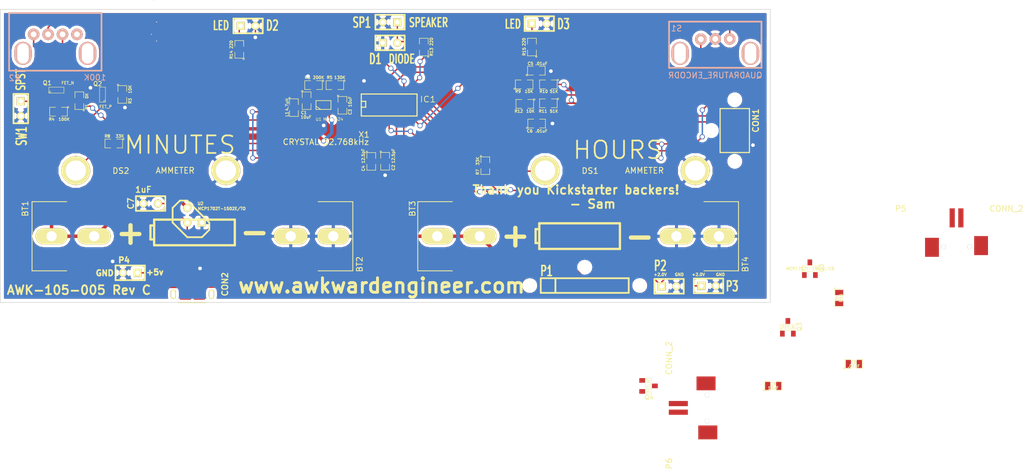
<source format=kicad_pcb>
(kicad_pcb (version 3) (host pcbnew "(2013-07-07 BZR 4022)-stable")
  (layers (15 F.Cu signal) (0 B.Cu signal) (18 B.Paste user hide) (19 F.Paste user hide) (20 B.SilkS user hide) (21 F.SilkS user) (22 B.Mask user hide) (23 F.Mask user hide) (28 Edge.Cuts user))
  (net 0 "")
  (net 1 +5V)
  (net 2 "/ALARM BUZZER")
  (net 3 "/ALARM LIGHT")
  (net 4 "/AM PM LIGHT")
  (net 5 "/BATTERY POWER")
  (net 6 /HOURS)
  (net 7 "/INT 1")
  (net 8 "/INT 2")
  (net 9 /MINUTES)
  (net 10 "/MODE SELECT")
  (net 11 "/MODE SELECT POWER")
  (net 12 GND)
  (net 13 N-0000010)
  (net 14 N-0000014)
  (net 15 N-0000015)
  (net 16 N-000002)
  (net 17 N-0000020)
  (net 18 N-0000024)
  (net 19 N-0000025)
  (net 20 N-0000026)
  (net 21 N-0000027)
  (net 22 N-0000028)
  (net 23 N-0000029)
  (net 24 N-000003)
  (net 25 N-0000030)
  (net 26 N-0000031)
  (net 27 N-000004)
  (net 28 N-000005)
  (net 29 N-000008)
  (net 30 N-000009)
  (net 31 VCC)
  (module AA_Battery_Clip_THRU_HOLE_BK-92 (layer F.Cu) (at 107.962 112.482 90)
    (fp_text reference BT2 (at -4.866 12.18 90) (layer F.SilkS))
    (fp_text value BATTERY_CLIP hide)
    (pad ~ thru_hole oval (at 0 0.254 90) (size 2.8 5.8) (drill 1.78) (layers *.Cu *.Mask F.SilkS) (net 12 GND))
    (pad ~ thru_hole oval (at 0 7.62 90) (size 2.8 5.5) (drill 1.78) (layers *.Cu *.Mask F.SilkS) (net 12 GND))
  )
  (module TO92-INVERT (layer F.Cu) (at 91.567 108.839 90)
    (fp_text reference U2 (at 2.032 1.016 180) (layer F.SilkS) (effects (font (size 0.5 0.5) (thickness 0.125))))
    (fp_text value MCP1702T-1502E/TO (at 1.143 4.699 180) (layer F.SilkS) (effects (font (size 0.5 0.5) (thickness 0.125))))
    (pad 1 thru_hole rect (at -1.27 1.27 90) (size 1.397 1.397) (drill 0.8128) (layers *.Cu *.Mask F.SilkS) (net 12 GND))
    (pad 2 thru_hole circle (at -1.27 -1.27 90) (size 1.397 1.397) (drill 0.8128) (layers *.Cu *.Mask F.SilkS) (net 1 +5V))
    (pad 3 thru_hole circle (at 1.27 -1.27 90) (size 1.397 1.397) (drill 0.8128) (layers *.Cu *.Mask F.SilkS) (net 5 "/BATTERY POWER"))
  )
  (module ammeter (layer F.Cu) (at 70.993 101.092)
    (fp_text reference DS2 (at 7.8 0.05) (layer F.SilkS))
    (fp_text value AMMETER (at 17.2 0) (layer F.SilkS))
    (pad 1 thru_hole circle (at 0 0) (size 5 5) (drill 3.5) (layers *.Cu *.Mask F.SilkS) (net 9 /MINUTES))
    (pad 2 thru_hole circle (at 26 0) (size 5 5) (drill 3.5) (layers *.Cu *.Mask F.SilkS) (net 12 GND))
  )
  (module ammeter (layer F.Cu) (at 152.273 101.092)
    (fp_text reference DS1 (at 7.8 0.05) (layer F.SilkS))
    (fp_text value AMMETER (at 17.2 0) (layer F.SilkS))
    (pad 1 thru_hole circle (at 0 0) (size 5 5) (drill 3.5) (layers *.Cu *.Mask F.SilkS) (net 6 /HOURS))
    (pad 2 thru_hole circle (at 26 0) (size 5 5) (drill 3.5) (layers *.Cu *.Mask F.SilkS) (net 12 GND))
  )
  (module SMD_CRYSTAL_SMALL (layer F.Cu) (at 123.262 95.682)
    (fp_text reference X1 (at -2.358 -0.813) (layer F.SilkS))
    (fp_text value "CRYSTAL 32.768kHz" (at -8.962 0.457) (layer F.SilkS))
    (pad 1 smd rect (at -0.75 0) (size 0.75 1.4) (layers F.Cu F.Paste F.Mask) (net 30 N-000009))
    (pad 2 smd rect (at 0.75 0) (size 0.75 1.4) (layers F.Cu F.Paste F.Mask) (net 14 N-0000014))
  )
  (module C1 (layer F.Cu) (at 83.947 106.807 180)
    (fp_text reference C7 (at 3.429 0 270) (layer F.SilkS) (effects (font (size 1.016 1.016) (thickness 0.2032))))
    (fp_text value 1uF (at 1.27 2.413 180) (layer F.SilkS) (effects (font (size 1.016 1.016) (thickness 0.2032))))
    (pad 1 thru_hole circle (at -1.27 0 180) (size 1.397 1.397) (drill 0.8128) (layers *.Cu *.Mask F.SilkS) (net 1 +5V))
    (pad 2 thru_hole circle (at 1.27 0 180) (size 1.397 1.397) (drill 0.8128) (layers *.Cu *.Mask F.SilkS) (net 12 GND))
  )
  (module bourns_encoder (layer B.Cu) (at 181.737 80.777004)
    (fp_text reference S1 (at -6.731 -4.323004) (layer B.SilkS) (effects (justify mirror)))
    (fp_text value QUADRATURE_ENCODR (at 0 3.804996) (layer B.SilkS) (effects (justify mirror)))
    (pad 1 thru_hole circle (at -2.5 -2.45) (size 2 2) (drill 1) (layers *.Cu *.Mask B.SilkS) (net 27 N-000004))
    (pad 2 thru_hole circle (at 0 -2.5) (size 2 2) (drill 1) (layers *.Cu *.Mask B.SilkS) (net 12 GND))
    (pad 3 thru_hole circle (at 2.5 -2.5) (size 2 2) (drill 1) (layers *.Cu *.Mask B.SilkS) (net 25 N-0000030))
    (pad "" thru_hole oval (at 6.1 0) (size 3 4) (drill oval 2 3.5) (layers *.Cu *.Mask B.SilkS))
    (pad "" thru_hole oval (at -6.1 0) (size 3 4) (drill oval 2 3.5) (layers *.Cu *.Mask B.SilkS))
  )
  (module SIL-2 (layer F.Cu) (at 125.412 78.952)
    (fp_text reference D1 (at -2.54 2.794) (layer F.SilkS) (effects (font (size 1.72974 1.08712) (thickness 0.3048))))
    (fp_text value DIODE (at 2.032 2.794) (layer F.SilkS) (effects (font (size 1.524 1.016) (thickness 0.254))))
    (pad 1 thru_hole rect (at -1.27 0) (size 1.397 1.397) (drill 0.8128) (layers *.Cu *.Mask F.SilkS) (net 12 GND))
    (pad 2 thru_hole circle (at 1.27 0) (size 1.397 1.397) (drill 0.8128) (layers *.Cu *.Mask F.SilkS) (net 29 N-000008))
  )
  (module SIL-2 (layer F.Cu) (at 125.412 75.366 180)
    (fp_text reference SP1 (at 4.889 -0.072 180) (layer F.SilkS) (effects (font (size 1.72974 1.08712) (thickness 0.3048))))
    (fp_text value SPEAKER (at -6.668 -0.072 180) (layer F.SilkS) (effects (font (size 1.524 1.016) (thickness 0.254))))
    (pad 1 thru_hole rect (at -1.27 0 180) (size 1.397 1.397) (drill 0.8128) (layers *.Cu *.Mask F.SilkS) (net 29 N-000008))
    (pad 2 thru_hole circle (at 1.27 0 180) (size 1.397 1.397) (drill 0.8128) (layers *.Cu *.Mask F.SilkS) (net 12 GND))
  )
  (module SIL-2 (layer F.Cu) (at 151.254 75.616)
    (fp_text reference D3 (at 4.194 0.076) (layer F.SilkS) (effects (font (size 1.72974 1.08712) (thickness 0.3048))))
    (fp_text value LED (at -4.569 0.076) (layer F.SilkS) (effects (font (size 1.524 1.016) (thickness 0.254))))
    (pad 1 thru_hole rect (at -1.27 0) (size 1.397 1.397) (drill 0.8128) (layers *.Cu *.Mask F.SilkS) (net 26 N-0000031))
    (pad 2 thru_hole circle (at 1.27 0) (size 1.397 1.397) (drill 0.8128) (layers *.Cu *.Mask F.SilkS) (net 21 N-0000027))
  )
  (module SIL-2 (layer F.Cu) (at 100.828 76.016)
    (fp_text reference D2 (at 4.201 -0.07) (layer F.SilkS) (effects (font (size 1.72974 1.08712) (thickness 0.3048))))
    (fp_text value LED (at -4.689 -0.07) (layer F.SilkS) (effects (font (size 1.524 1.016) (thickness 0.254))))
    (pad 1 thru_hole rect (at -1.27 0) (size 1.397 1.397) (drill 0.8128) (layers *.Cu *.Mask F.SilkS) (net 17 N-0000020))
    (pad 2 thru_hole circle (at 1.27 0) (size 1.397 1.397) (drill 0.8128) (layers *.Cu *.Mask F.SilkS) (net 23 N-0000029))
  )
  (module SIL-2 (layer F.Cu) (at 61.462 90.352 270)
    (fp_text reference SW1 (at 4.771 -0.133 270) (layer F.SilkS) (effects (font (size 1.72974 1.08712) (thickness 0.3048))))
    (fp_text value SPST (at -5.008 -0.006 270) (layer F.SilkS) (effects (font (size 1.524 1.016) (thickness 0.254))))
    (pad 1 thru_hole rect (at -1.27 0 270) (size 1.397 1.397) (drill 0.8128) (layers *.Cu *.Mask F.SilkS) (net 18 N-0000024))
    (pad 2 thru_hole circle (at 1.27 0 270) (size 1.397 1.397) (drill 0.8128) (layers *.Cu *.Mask F.SilkS) (net 12 GND))
  )
  (module SOT23 (layer F.Cu) (at 75.615 87.8934 90)
    (fp_text reference Q2 (at 1.8382 -0.8374 180) (layer F.SilkS) (effects (font (size 0.762 0.762) (thickness 0.11938))))
    (fp_text value FET_P (at -2.1242 0.5342 180) (layer F.SilkS) (effects (font (size 0.50038 0.50038) (thickness 0.09906))))
    (pad D smd rect (at 0 -1.09982 90) (size 0.8001 1.00076) (layers F.Cu F.Paste F.Mask) (net 20 N-0000026))
    (pad S smd rect (at 0.9525 1.09982 90) (size 0.8001 1.00076) (layers F.Cu F.Paste F.Mask) (net 11 "/MODE SELECT POWER"))
    (pad G smd rect (at -0.9525 1.09982 90) (size 0.8001 1.00076) (layers F.Cu F.Paste F.Mask) (net 18 N-0000024))
  )
  (module SOT23_6 (layer F.Cu) (at 113.912 89.732)
    (fp_text reference U1 (at -0.882 2.47) (layer F.SilkS) (effects (font (size 0.5 0.5) (thickness 0.0762))))
    (fp_text value MCP1624 (at 1.658 2.47) (layer F.SilkS) (effects (font (size 0.50038 0.50038) (thickness 0.0762))))
    (pad 6 smd rect (at -0.9525 -1.27) (size 0.70104 1.00076) (layers F.Cu F.Paste F.Mask) (net 5 "/BATTERY POWER"))
    (pad 5 smd rect (at 0 -1.27) (size 0.70104 1.00076) (layers F.Cu F.Paste F.Mask) (net 31 VCC))
    (pad 4 smd rect (at 0.9525 -1.27) (size 0.70104 1.00076) (layers F.Cu F.Paste F.Mask) (net 15 N-0000015))
    (pad 3 smd rect (at 0.9525 1.27) (size 0.70104 1.00076) (layers F.Cu F.Paste F.Mask) (net 5 "/BATTERY POWER"))
    (pad 2 smd rect (at 0 1.27) (size 0.70104 1.00076) (layers F.Cu F.Paste F.Mask) (net 12 GND))
    (pad 1 smd rect (at -0.9525 1.27) (size 0.70104 1.00076) (layers F.Cu F.Paste F.Mask) (net 28 N-000005))
  )
  (module SM0805 (layer F.Cu) (at 149.984 79.68 90)
    (fp_text reference R15 (at -0.7872 -1.3432 90) (layer F.SilkS) (effects (font (size 0.50038 0.50038) (thickness 0.10922))))
    (fp_text value 220 (at 0.8892 -1.3686 90) (layer F.SilkS) (effects (font (size 0.50038 0.50038) (thickness 0.10922))))
    (pad 1 smd rect (at -0.9525 0 90) (size 0.889 1.397) (layers F.Cu F.Paste F.Mask) (net 22 N-0000028))
    (pad 2 smd rect (at 0.9525 0 90) (size 0.889 1.397) (layers F.Cu F.Paste F.Mask) (net 26 N-0000031))
  )
  (module SM0805 (layer F.Cu) (at 99.304 80.08 90)
    (fp_text reference R14 (at -0.946 -1.387 90) (layer F.SilkS) (effects (font (size 0.50038 0.50038) (thickness 0.10922))))
    (fp_text value 220 (at 0.832 -1.387 90) (layer F.SilkS) (effects (font (size 0.50038 0.50038) (thickness 0.10922))))
    (pad 1 smd rect (at -0.9525 0 90) (size 0.889 1.397) (layers F.Cu F.Paste F.Mask) (net 1 +5V))
    (pad 2 smd rect (at 0.9525 0 90) (size 0.889 1.397) (layers F.Cu F.Paste F.Mask) (net 17 N-0000020))
  )
  (module SM0805 (layer F.Cu) (at 124.562 99.482 270)
    (fp_text reference C2 (at 1.102 -1.422 270) (layer F.SilkS) (effects (font (size 0.50038 0.50038) (thickness 0.10922))))
    (fp_text value 12.5pF (at -0.93 -1.422 270) (layer F.SilkS) (effects (font (size 0.50038 0.50038) (thickness 0.10922))))
    (pad 1 smd rect (at -0.9525 0 270) (size 0.889 1.397) (layers F.Cu F.Paste F.Mask) (net 14 N-0000014))
    (pad 2 smd rect (at 0.9525 0 270) (size 0.889 1.397) (layers F.Cu F.Paste F.Mask) (net 12 GND))
  )
  (module SM0805 (layer F.Cu) (at 122.162 99.502 270)
    (fp_text reference C4 (at 1.209 1.385 270) (layer F.SilkS) (effects (font (size 0.50038 0.50038) (thickness 0.10922))))
    (fp_text value 12.5pF (at -0.95 1.385 270) (layer F.SilkS) (effects (font (size 0.50038 0.50038) (thickness 0.10922))))
    (pad 1 smd rect (at -0.9525 0 270) (size 0.889 1.397) (layers F.Cu F.Paste F.Mask) (net 30 N-000009))
    (pad 2 smd rect (at 0.9525 0 270) (size 0.889 1.397) (layers F.Cu F.Paste F.Mask) (net 12 GND))
  )
  (module SM0805 (layer F.Cu) (at 77.562 96.402 180)
    (fp_text reference R8 (at 1.108 1.279 180) (layer F.SilkS) (effects (font (size 0.50038 0.50038) (thickness 0.10922))))
    (fp_text value 33K (at -1.051 1.279 180) (layer F.SilkS) (effects (font (size 0.50038 0.50038) (thickness 0.10922))))
    (pad 1 smd rect (at -0.9525 0 180) (size 0.889 1.397) (layers F.Cu F.Paste F.Mask) (net 16 N-000002))
    (pad 2 smd rect (at 0.9525 0 180) (size 0.889 1.397) (layers F.Cu F.Paste F.Mask) (net 9 /MINUTES))
  )
  (module SM0805 (layer F.Cu) (at 141.912 100.252 270)
    (fp_text reference R7 (at 1.094 1.323 270) (layer F.SilkS) (effects (font (size 0.50038 0.50038) (thickness 0.10922))))
    (fp_text value 33K (at -0.811 1.323 270) (layer F.SilkS) (effects (font (size 0.50038 0.50038) (thickness 0.10922))))
    (pad 1 smd rect (at -0.9525 0 270) (size 0.889 1.397) (layers F.Cu F.Paste F.Mask) (net 24 N-000003))
    (pad 2 smd rect (at 0.9525 0 270) (size 0.889 1.397) (layers F.Cu F.Paste F.Mask) (net 6 /HOURS))
  )
  (module SM0805 (layer F.Cu) (at 148.7424 89.535 180)
    (fp_text reference R12 (at 1.0414 -1.27 180) (layer F.SilkS) (effects (font (size 0.50038 0.50038) (thickness 0.10922))))
    (fp_text value 10K (at -0.9906 -1.27 180) (layer F.SilkS) (effects (font (size 0.50038 0.50038) (thickness 0.10922))))
    (pad 1 smd rect (at -0.9525 0 180) (size 0.889 1.397) (layers F.Cu F.Paste F.Mask) (net 27 N-000004))
    (pad 2 smd rect (at 0.9525 0 180) (size 0.889 1.397) (layers F.Cu F.Paste F.Mask) (net 7 "/INT 1"))
  )
  (module SM0805 (layer F.Cu) (at 150.7998 92.9386)
    (fp_text reference C6 (at -1.1938 1.2954) (layer F.SilkS) (effects (font (size 0.50038 0.50038) (thickness 0.10922))))
    (fp_text value .01uF (at 0.8382 1.2954) (layer F.SilkS) (effects (font (size 0.50038 0.50038) (thickness 0.10922))))
    (pad 1 smd rect (at -0.9525 0) (size 0.889 1.397) (layers F.Cu F.Paste F.Mask) (net 27 N-000004))
    (pad 2 smd rect (at 0.9525 0) (size 0.889 1.397) (layers F.Cu F.Paste F.Mask) (net 12 GND))
  )
  (module SM0805 (layer F.Cu) (at 148.6408 86.1568)
    (fp_text reference R9 (at -1.0668 1.2192) (layer F.SilkS) (effects (font (size 0.50038 0.50038) (thickness 0.10922))))
    (fp_text value 10K (at 0.8382 1.2192) (layer F.SilkS) (effects (font (size 0.50038 0.50038) (thickness 0.10922))))
    (pad 1 smd rect (at -0.9525 0) (size 0.889 1.397) (layers F.Cu F.Paste F.Mask) (net 8 "/INT 2"))
    (pad 2 smd rect (at 0.9525 0) (size 0.889 1.397) (layers F.Cu F.Paste F.Mask) (net 25 N-0000030))
  )
  (module SM0805 (layer F.Cu) (at 150.7506 83.7778)
    (fp_text reference C5 (at -1.0176 -1.2278) (layer F.SilkS) (effects (font (size 0.50038 0.50038) (thickness 0.10922))))
    (fp_text value .01uF (at 0.8874 -1.2278) (layer F.SilkS) (effects (font (size 0.50038 0.50038) (thickness 0.10922))))
    (pad 1 smd rect (at -0.9525 0) (size 0.889 1.397) (layers F.Cu F.Paste F.Mask) (net 25 N-0000030))
    (pad 2 smd rect (at 0.9525 0) (size 0.889 1.397) (layers F.Cu F.Paste F.Mask) (net 12 GND))
  )
  (module SM0805 (layer F.Cu) (at 115.862 86.282 180)
    (fp_text reference R5 (at 0.927 1.319 180) (layer F.SilkS) (effects (font (size 0.50038 0.50038) (thickness 0.10922))))
    (fp_text value 130K (at -0.851 1.319 180) (layer F.SilkS) (effects (font (size 0.50038 0.50038) (thickness 0.10922))))
    (pad 1 smd rect (at -0.9525 0 180) (size 0.889 1.397) (layers F.Cu F.Paste F.Mask) (net 31 VCC))
    (pad 2 smd rect (at 0.9525 0 180) (size 0.889 1.397) (layers F.Cu F.Paste F.Mask) (net 15 N-0000015))
  )
  (module SM0805 (layer F.Cu) (at 112.162 86.282 180)
    (fp_text reference R6 (at 1.037 1.319 180) (layer F.SilkS) (effects (font (size 0.50038 0.50038) (thickness 0.10922))))
    (fp_text value 200K (at -0.868 1.319 180) (layer F.SilkS) (effects (font (size 0.50038 0.50038) (thickness 0.10922))))
    (pad 1 smd rect (at -0.9525 0 180) (size 0.889 1.397) (layers F.Cu F.Paste F.Mask) (net 15 N-0000015))
    (pad 2 smd rect (at 0.9525 0 180) (size 0.889 1.397) (layers F.Cu F.Paste F.Mask) (net 12 GND))
  )
  (module SM0805 (layer F.Cu) (at 108.762 90.182 270)
    (fp_text reference L1 (at 1.131 1.193 270) (layer F.SilkS) (effects (font (size 0.50038 0.50038) (thickness 0.10922))))
    (fp_text value 4.7uH (at -0.52 1.193 270) (layer F.SilkS) (effects (font (size 0.50038 0.50038) (thickness 0.10922))))
    (pad 1 smd rect (at -0.9525 0 270) (size 0.889 1.397) (layers F.Cu F.Paste F.Mask) (net 5 "/BATTERY POWER"))
    (pad 2 smd rect (at 0.9525 0 270) (size 0.889 1.397) (layers F.Cu F.Paste F.Mask) (net 28 N-000005))
  )
  (module SM0805 (layer F.Cu) (at 71.6026 88.9762 90)
    (fp_text reference R1 (at -1.0668 1.2954 90) (layer F.SilkS) (effects (font (size 0.50038 0.50038) (thickness 0.10922))))
    (fp_text value 0K (at 0.8382 1.2954 90) (layer F.SilkS) (effects (font (size 0.50038 0.50038) (thickness 0.10922))))
    (pad 1 smd rect (at -0.9525 0 90) (size 0.889 1.397) (layers F.Cu F.Paste F.Mask) (net 11 "/MODE SELECT POWER"))
    (pad 2 smd rect (at 0.9525 0 90) (size 0.889 1.397) (layers F.Cu F.Paste F.Mask) (net 20 N-0000026))
  )
  (module SM0805 (layer F.Cu) (at 79.044 87.8934 270)
    (fp_text reference R3 (at 1.1336 -1.347 270) (layer F.SilkS) (effects (font (size 0.50038 0.50038) (thickness 0.10922))))
    (fp_text value 10K (at -0.8984 -1.347 270) (layer F.SilkS) (effects (font (size 0.50038 0.50038) (thickness 0.10922))))
    (pad 1 smd rect (at -0.9525 0 270) (size 0.889 1.397) (layers F.Cu F.Paste F.Mask) (net 19 N-0000025))
    (pad 2 smd rect (at 0.9525 0 270) (size 0.889 1.397) (layers F.Cu F.Paste F.Mask) (net 12 GND))
  )
  (module SM0805 (layer F.Cu) (at 67.9958 90.8812 180)
    (fp_text reference R4 (at 1.1938 -1.3208 180) (layer F.SilkS) (effects (font (size 0.50038 0.50038) (thickness 0.10922))))
    (fp_text value 100K (at -0.9652 -1.3208 180) (layer F.SilkS) (effects (font (size 0.50038 0.50038) (thickness 0.10922))))
    (pad 1 smd rect (at -0.9525 0 180) (size 0.889 1.397) (layers F.Cu F.Paste F.Mask) (net 11 "/MODE SELECT POWER"))
    (pad 2 smd rect (at 0.9525 0 180) (size 0.889 1.397) (layers F.Cu F.Paste F.Mask) (net 18 N-0000024))
  )
  (module SM0805 (layer F.Cu) (at 152.8318 86.1568 180)
    (fp_text reference R10 (at 0.8128 -1.2192 180) (layer F.SilkS) (effects (font (size 0.50038 0.50038) (thickness 0.10922))))
    (fp_text value 51K (at -0.9652 -1.2192 180) (layer F.SilkS) (effects (font (size 0.50038 0.50038) (thickness 0.10922))))
    (pad 1 smd rect (at -0.9525 0 180) (size 0.889 1.397) (layers F.Cu F.Paste F.Mask) (net 31 VCC))
    (pad 2 smd rect (at 0.9525 0 180) (size 0.889 1.397) (layers F.Cu F.Paste F.Mask) (net 25 N-0000030))
  )
  (module SM0805 (layer F.Cu) (at 152.8318 89.4334 180)
    (fp_text reference R11 (at 0.9398 -1.3716 180) (layer F.SilkS) (effects (font (size 0.50038 0.50038) (thickness 0.10922))))
    (fp_text value 51K (at -0.9652 -1.3716 180) (layer F.SilkS) (effects (font (size 0.50038 0.50038) (thickness 0.10922))))
    (pad 1 smd rect (at -0.9525 0 180) (size 0.889 1.397) (layers F.Cu F.Paste F.Mask) (net 31 VCC))
    (pad 2 smd rect (at 0.9525 0 180) (size 0.889 1.397) (layers F.Cu F.Paste F.Mask) (net 27 N-000004))
  )
  (module SM0805 (layer F.Cu) (at 131.262 79.682 90)
    (fp_text reference R13 (at -0.836 1.326 90) (layer F.SilkS) (effects (font (size 0.50038 0.50038) (thickness 0.10922))))
    (fp_text value 220 (at 0.942 1.326 90) (layer F.SilkS) (effects (font (size 0.50038 0.50038) (thickness 0.10922))))
    (pad 1 smd rect (at -0.9525 0 90) (size 0.889 1.397) (layers F.Cu F.Paste F.Mask) (net 2 "/ALARM BUZZER"))
    (pad 2 smd rect (at 0.9525 0 90) (size 0.889 1.397) (layers F.Cu F.Paste F.Mask) (net 29 N-000008))
  )
  (module SM0805 (layer F.Cu) (at 117.162 89.782 270)
    (fp_text reference C3 (at 1.15 -1.329 270) (layer F.SilkS) (effects (font (size 0.50038 0.50038) (thickness 0.10922))))
    (fp_text value 10uF (at -0.628 -1.329 270) (layer F.SilkS) (effects (font (size 0.50038 0.50038) (thickness 0.10922))))
    (pad 1 smd rect (at -0.9525 0 270) (size 0.889 1.397) (layers F.Cu F.Paste F.Mask) (net 31 VCC))
    (pad 2 smd rect (at 0.9525 0 270) (size 0.889 1.397) (layers F.Cu F.Paste F.Mask) (net 12 GND))
  )
  (module SO14E (layer F.Cu) (at 125.26 89.6)
    (fp_text reference IC1 (at 6.7184 -0.8524) (layer F.SilkS) (effects (font (size 1.016 1.143) (thickness 0.127))))
    (fp_text value ATTINY84A-SS hide)
    (pad 1 smd rect (at -3.81 2.794) (size 0.508 1.143) (layers F.Cu F.Paste F.Mask) (net 31 VCC))
    (pad 2 smd rect (at -2.54 2.794) (size 0.508 1.143) (layers F.Cu F.Paste F.Mask) (net 30 N-000009))
    (pad 3 smd rect (at -1.27 2.794) (size 0.508 1.143) (layers F.Cu F.Paste F.Mask) (net 14 N-0000014))
    (pad 4 smd rect (at 0 2.794) (size 0.508 1.143) (layers F.Cu F.Paste F.Mask) (net 13 N-0000010))
    (pad 5 smd rect (at 1.27 2.794) (size 0.508 1.143) (layers F.Cu F.Paste F.Mask) (net 16 N-000002))
    (pad 6 smd rect (at 2.54 2.794) (size 0.508 1.143) (layers F.Cu F.Paste F.Mask) (net 24 N-000003))
    (pad 7 smd rect (at 3.81 2.794) (size 0.508 1.143) (layers F.Cu F.Paste F.Mask) (net 4 "/AM PM LIGHT"))
    (pad 8 smd rect (at 3.81 -2.54) (size 0.508 1.143) (layers F.Cu F.Paste F.Mask) (net 2 "/ALARM BUZZER"))
    (pad 9 smd rect (at 2.54 -2.54) (size 0.508 1.143) (layers F.Cu F.Paste F.Mask) (net 3 "/ALARM LIGHT"))
    (pad 10 smd rect (at 1.27 -2.54) (size 0.508 1.143) (layers F.Cu F.Paste F.Mask) (net 7 "/INT 1"))
    (pad 11 smd rect (at 0 -2.54) (size 0.508 1.143) (layers F.Cu F.Paste F.Mask) (net 8 "/INT 2"))
    (pad 12 smd rect (at -1.27 -2.54) (size 0.508 1.143) (layers F.Cu F.Paste F.Mask) (net 10 "/MODE SELECT"))
    (pad 13 smd rect (at -2.54 -2.54) (size 0.508 1.143) (layers F.Cu F.Paste F.Mask) (net 11 "/MODE SELECT POWER"))
    (pad 14 smd rect (at -3.81 -2.54) (size 0.508 1.143) (layers F.Cu F.Paste F.Mask) (net 12 GND))
  )
  (module SOT23 (layer F.Cu) (at 67.6656 87.1474)
    (fp_text reference Q1 (at -1.6256 -1.2446) (layer F.SilkS) (effects (font (size 0.762 0.762) (thickness 0.11938))))
    (fp_text value FET_N (at 1.9304 -1.2446) (layer F.SilkS) (effects (font (size 0.50038 0.50038) (thickness 0.09906))))
    (pad D smd rect (at 0 -1.09982) (size 0.8001 1.00076) (layers F.Cu F.Paste F.Mask) (net 19 N-0000025))
    (pad S smd rect (at 0.9525 1.09982) (size 0.8001 1.00076) (layers F.Cu F.Paste F.Mask) (net 12 GND))
    (pad G smd rect (at -0.9525 1.09982) (size 0.8001 1.00076) (layers F.Cu F.Paste F.Mask) (net 18 N-0000024))
  )
  (module SM0805 (layer F.Cu) (at 110.962 88.982 270)
    (fp_text reference C1 (at 2.077 0.472 360) (layer F.SilkS) (effects (font (size 0.50038 0.50038) (thickness 0.10922))))
    (fp_text value 10uF (at 2.839 0.091 360) (layer F.SilkS) (effects (font (size 0.50038 0.50038) (thickness 0.10922))))
    (pad 1 smd rect (at -0.9525 0 270) (size 0.889 1.397) (layers F.Cu F.Paste F.Mask) (net 5 "/BATTERY POWER"))
    (pad 2 smd rect (at 0.9525 0 270) (size 0.889 1.397) (layers F.Cu F.Paste F.Mask) (net 12 GND))
  )
  (module SIL-2 (layer F.Cu) (at 173.736 121.158)
    (fp_text reference P2 (at -1.524 -3.556) (layer F.SilkS) (effects (font (size 1.72974 1.08712) (thickness 0.3048))))
    (fp_text value CONN_2 hide)
    (pad 1 thru_hole rect (at -1.27 0) (size 1.397 1.397) (drill 0.8128) (layers *.Cu *.Mask F.SilkS) (net 31 VCC))
    (pad 2 thru_hole circle (at 1.27 0) (size 1.397 1.397) (drill 0.8128) (layers *.Cu *.Mask F.SilkS) (net 12 GND))
  )
  (module SIL-2 (layer F.Cu) (at 180.5686 121.0818)
    (fp_text reference P3 (at 4.0894 0.0762) (layer F.SilkS) (effects (font (size 1.72974 1.08712) (thickness 0.3048))))
    (fp_text value CONN_2 hide)
    (pad 1 thru_hole rect (at -1.27 0) (size 1.397 1.397) (drill 0.8128) (layers *.Cu *.Mask F.SilkS) (net 31 VCC))
    (pad 2 thru_hole circle (at 1.27 0) (size 1.397 1.397) (drill 0.8128) (layers *.Cu *.Mask F.SilkS) (net 12 GND))
  )
  (module AA_Battery_Clip_THRU_HOLE_BK-92 (layer F.Cu) (at 141.212 112.482 270)
    (fp_text reference BT3 (at -4.786 11.926 270) (layer F.SilkS))
    (fp_text value BATTERY_CLIP hide)
    (pad ~ thru_hole oval (at 0 0.254 270) (size 2.8 5.8) (drill 1.78) (layers *.Cu *.Mask F.SilkS) (net 5 "/BATTERY POWER"))
    (pad ~ thru_hole oval (at 0 7.62 270) (size 2.8 5.5) (drill 1.78) (layers *.Cu *.Mask F.SilkS) (net 5 "/BATTERY POWER"))
  )
  (module AA_Battery_Clip_THRU_HOLE_BK-92 (layer F.Cu) (at 74.412 112.482 270)
    (fp_text reference BT1 (at -4.786 12.182 270) (layer F.SilkS))
    (fp_text value BATTERY_CLIP hide)
    (pad ~ thru_hole oval (at 0 0.254 270) (size 2.8 5.8) (drill 1.78) (layers *.Cu *.Mask F.SilkS) (net 5 "/BATTERY POWER"))
    (pad ~ thru_hole oval (at 0 7.62 270) (size 2.8 5.5) (drill 1.78) (layers *.Cu *.Mask F.SilkS) (net 5 "/BATTERY POWER"))
  )
  (module AA_Battery_Clip_THRU_HOLE_BK-92 (layer F.Cu) (at 174.762 112.482 90)
    (fp_text reference BT4 (at -4.866 12.182 90) (layer F.SilkS))
    (fp_text value BATTERY_CLIP hide)
    (pad ~ thru_hole oval (at 0 0.254 90) (size 2.8 5.8) (drill 1.78) (layers *.Cu *.Mask F.SilkS) (net 12 GND))
    (pad ~ thru_hole oval (at 0 7.62 90) (size 2.8 5.5) (drill 1.78) (layers *.Cu *.Mask F.SilkS) (net 12 GND))
  )
  (module USB_MINI_B_s (layer F.Cu) (at 91.186 122.5296)
    (fp_text reference CON2 (at 5.6388 -1.7272 90) (layer F.SilkS) (effects (font (size 1.016 1.016) (thickness 0.2032))))
    (fp_text value USB-MICRO-B hide)
    (pad 3 smd rect (at 0 -2.35) (size 0.4 2) (layers F.Cu F.Paste F.Mask))
    (pad 4 smd rect (at 0.65 -2.35) (size 0.4 2) (layers F.Cu F.Paste F.Mask))
    (pad 5 smd rect (at 1.3 -2.35) (size 0.4 2) (layers F.Cu F.Paste F.Mask) (net 12 GND))
    (pad 2 smd rect (at -0.65 -2.35) (size 0.4 2) (layers F.Cu F.Paste F.Mask))
    (pad 1 smd rect (at -1.25 -2.35) (size 0.4 2) (layers F.Cu F.Paste F.Mask) (net 1 +5V))
    (pad ~ smd rect (at 3.2 -1.8) (size 1.6 1.4) (layers F.Cu F.Paste F.Mask))
    (pad ~ smd rect (at -3.2 -1.75) (size 1.6 1.4) (layers F.Cu F.Paste F.Mask))
    (pad ~ smd rect (at 1.2 0) (size 1.9 1.9) (layers F.Cu F.Paste F.Mask))
    (pad ~ smd rect (at -1.2 0) (size 1.9 1.9) (layers F.Cu F.Paste F.Mask))
    (pad ~ thru_hole oval (at 3.3 0) (size 0.9 1.6) (drill oval 0.5 1.2) (layers *.Cu *.Mask F.SilkS))
    (pad ~ thru_hole oval (at -3.3 0) (size 0.9 1.6) (drill oval 0.5 1.2) (layers *.Cu *.Mask F.SilkS))
  )
  (module SIL-2 (layer F.Cu) (at 80.4164 118.8212 180)
    (fp_text reference P4 (at 1.0668 2.1844 180) (layer F.SilkS) (effects (font (thickness 0.25))))
    (fp_text value CONN_2 hide)
    (pad 1 thru_hole rect (at -1.27 0 180) (size 1.397 1.397) (drill 0.8128) (layers *.Cu *.Mask F.SilkS) (net 1 +5V))
    (pad 2 thru_hole circle (at 1.27 0 180) (size 1.397 1.397) (drill 0.8128) (layers *.Cu *.Mask F.SilkS) (net 12 GND))
  )
  (module SIL-6_s (layer F.Cu) (at 159.131 121.031)
    (fp_text reference P1 (at -6.61 -2.528) (layer F.SilkS) (effects (font (size 1.72974 1.08712) (thickness 0.3048))))
    (fp_text value CONN_6 hide)
    (pad 1 smd rect (at -6.35 0) (size 1.397 1.397) (layers F.Cu F.Paste F.Mask) (net 5 "/BATTERY POWER"))
    (pad 2 smd circle (at -3.81 0) (size 1.397 1.397) (layers F.Cu F.Paste F.Mask) (net 12 GND))
    (pad 3 smd circle (at -1.27 0) (size 1.397 1.397) (layers F.Cu F.Paste F.Mask) (net 9 /MINUTES))
    (pad 4 smd circle (at 1.27 0) (size 1.397 1.397) (layers F.Cu F.Paste F.Mask) (net 6 /HOURS))
    (pad 5 smd circle (at 3.81 0) (size 1.397 1.397) (layers F.Cu F.Paste F.Mask) (net 10 "/MODE SELECT"))
    (pad 6 smd circle (at 6.35 0) (size 1.397 1.397) (layers F.Cu F.Paste F.Mask) (net 31 VCC))
    (pad "" np_thru_hole oval (at 9.525 0) (size 1.5748 1.5748) (drill 1.5748) (layers *.Cu *.Mask F.SilkS))
    (pad 1 np_thru_hole oval (at -9.525 0) (size 1.5748 1.5748) (drill 1.5748) (layers *.Cu *.Mask F.SilkS) (net 5 "/BATTERY POWER"))
    (pad "" np_thru_hole oval (at 0 -3.175) (size 1.5748 1.5748) (drill 1.5748) (layers *.Cu *.Mask F.SilkS))
  )
  (module bourns_knob (layer B.Cu) (at 67.437 80.777004)
    (fp_text reference R2 (at -7.075 4.28) (layer B.SilkS) (effects (justify mirror)))
    (fp_text value 100K (at 6.858 4.185996) (layer B.SilkS) (effects (justify mirror)))
    (pad 1 thru_hole circle (at -3.75 -3.3) (size 2 2) (drill 1) (layers *.Cu *.Mask B.SilkS) (net 20 N-0000026))
    (pad 2 thru_hole circle (at -1.25 -3.3) (size 2 2) (drill 1) (layers *.Cu *.Mask B.SilkS) (net 10 "/MODE SELECT"))
    (pad 3 thru_hole circle (at 1.25 -3.3) (size 2 2) (drill 1) (layers *.Cu *.Mask B.SilkS) (net 19 N-0000025))
    (pad 4 thru_hole circle (at 3.75 -3.3) (size 2 2) (drill 1) (layers *.Cu *.Mask B.SilkS))
    (pad "" thru_hole oval (at 5.588 0) (size 3 4) (drill oval 2 3.5) (layers *.Cu *.Mask B.SilkS))
    (pad "" thru_hole oval (at -5.588 0) (size 3 4) (drill oval 2 3.5) (layers *.Cu *.Mask B.SilkS))
  )
  (module ISPheader (layer F.Cu) (at 185.1152 94.1578 270)
    (fp_text reference CON1 (at -1.7272 -3.6322 270) (layer F.SilkS) (effects (font (size 1.016 1.016) (thickness 0.2032))))
    (fp_text value AVR-ISP-6 hide)
    (pad 1 smd rect (at -2.54 1.27 270) (size 1.524 1.524) (layers F.Cu F.Paste F.Mask) (net 2 "/ALARM BUZZER"))
    (pad 2 smd circle (at -2.54 -1.27 270) (size 1.524 1.524) (layers F.Cu F.Paste F.Mask) (net 31 VCC))
    (pad 3 smd circle (at 0 1.27 270) (size 1.524 1.524) (layers F.Cu F.Paste F.Mask) (net 3 "/ALARM LIGHT"))
    (pad 4 smd circle (at 0 -1.27 270) (size 1.524 1.524) (layers F.Cu F.Paste F.Mask) (net 4 "/AM PM LIGHT"))
    (pad 5 smd circle (at 2.54 1.27 270) (size 1.524 1.524) (layers F.Cu F.Paste F.Mask) (net 13 N-0000010))
    (pad 6 smd circle (at 2.54 -1.27 270) (size 1.524 1.524) (layers F.Cu F.Paste F.Mask) (net 12 GND))
    (pad "" np_thru_hole circle (at 5.334 0 270) (size 1.5748 1.5748) (drill 1.5748) (layers *.Cu *.Mask F.SilkS))
    (pad "" np_thru_hole circle (at -5.334 0 270) (size 1.5748 1.5748) (drill 1.5748) (layers *.Cu *.Mask F.SilkS))
    (pad "" np_thru_hole circle (at 0 4.064 270) (size 1.5748 1.5748) (drill 1.5748) (layers *.Cu *.Mask F.SilkS))
  )
  (module TE-connectivity-2 (layer F.Cu) (at 180.34 142.24 90)
    (fp_text reference P6 (at -9.652 -6.604 90) (layer F.SilkS))
    (fp_text value CONN_2 (at 8.636 -6.604 90) (layer F.SilkS))
    (pad ~ smd rect (at -4.25 0.1 90) (size 2.4 3.3) (layers F.Cu F.Paste F.Mask))
    (pad 1 smd rect (at -0.75 -5 90) (size 0.9 3.3) (layers F.Cu F.Paste F.Mask) (net 1 +5V))
    (pad 2 smd rect (at 0.75 -5 90) (size 0.9 3.3) (layers F.Cu F.Paste F.Mask) (net 23 N-0000029))
    (pad ~ smd rect (at 4.25 -0.2 90) (size 2.4 3.3) (layers F.Cu F.Paste F.Mask))
    (pad ~ thru_hole circle (at -2.25 0 90) (size 0.8 0.8) (drill 0.8) (layers *.Cu *.Mask F.SilkS))
    (pad ~ thru_hole circle (at 2.25 0 90) (size 0.8 0.8) (drill 0.8) (layers *.Cu *.Mask F.SilkS))
  )
  (module TE-connectivity-2 (layer F.Cu) (at 223.52 114.3)
    (fp_text reference P5 (at -9.652 -6.604) (layer F.SilkS))
    (fp_text value CONN_2 (at 8.636 -6.604) (layer F.SilkS))
    (pad ~ smd rect (at -4.25 0.1) (size 2.4 3.3) (layers F.Cu F.Paste F.Mask))
    (pad 1 smd rect (at -0.75 -5) (size 0.9 3.3) (layers F.Cu F.Paste F.Mask) (net 22 N-0000028))
    (pad 2 smd rect (at 0.75 -5) (size 0.9 3.3) (layers F.Cu F.Paste F.Mask) (net 21 N-0000027))
    (pad ~ smd rect (at 4.25 -0.2) (size 2.4 3.3) (layers F.Cu F.Paste F.Mask))
    (pad ~ thru_hole circle (at -2.25 0) (size 0.8 0.8) (drill 0.8) (layers *.Cu *.Mask F.SilkS))
    (pad ~ thru_hole circle (at 2.25 0) (size 0.8 0.8) (drill 0.8) (layers *.Cu *.Mask F.SilkS))
  )
  (module SOT23 (layer F.Cu) (at 170.18 138.43 270)
    (fp_text reference Q4 (at 1.99898 -0.09906 360) (layer F.SilkS) (effects (font (size 0.762 0.762) (thickness 0.11938))))
    (fp_text value FET_N (at 0.0635 0 270) (layer F.SilkS) (effects (font (size 0.50038 0.50038) (thickness 0.09906))))
    (pad D smd rect (at 0 -1.09982 270) (size 0.8001 1.00076) (layers F.Cu F.Paste F.Mask) (net 23 N-0000029))
    (pad S smd rect (at 0.9525 1.09982 270) (size 0.8001 1.00076) (layers F.Cu F.Paste F.Mask) (net 12 GND))
    (pad G smd rect (at -0.9525 1.09982 270) (size 0.8001 1.00076) (layers F.Cu F.Paste F.Mask) (net 3 "/ALARM LIGHT"))
  )
  (module SOT23 (layer F.Cu) (at 194.31 128.27)
    (fp_text reference Q3 (at 1.99898 -0.09906 90) (layer F.SilkS) (effects (font (size 0.762 0.762) (thickness 0.11938))))
    (fp_text value FET_N (at 0.0635 0) (layer F.SilkS) (effects (font (size 0.50038 0.50038) (thickness 0.09906))))
    (pad D smd rect (at 0 -1.09982) (size 0.8001 1.00076) (layers F.Cu F.Paste F.Mask) (net 21 N-0000027))
    (pad S smd rect (at 0.9525 1.09982) (size 0.8001 1.00076) (layers F.Cu F.Paste F.Mask) (net 12 GND))
    (pad G smd rect (at -0.9525 1.09982) (size 0.8001 1.00076) (layers F.Cu F.Paste F.Mask) (net 4 "/AM PM LIGHT"))
  )
  (module SM0805 (layer F.Cu) (at 205.74 134.62)
    (fp_text reference C8 (at 0 -0.3175) (layer F.SilkS) (effects (font (size 0.50038 0.50038) (thickness 0.10922))))
    (fp_text value .01uF (at 0 0.381) (layer F.SilkS) (effects (font (size 0.50038 0.50038) (thickness 0.10922))))
    (pad 1 smd rect (at -0.9525 0) (size 0.889 1.397) (layers F.Cu F.Paste F.Mask) (net 10 "/MODE SELECT"))
    (pad 2 smd rect (at 0.9525 0) (size 0.889 1.397) (layers F.Cu F.Paste F.Mask) (net 12 GND))
  )
  (module SM0805 (layer F.Cu) (at 191.77 138.43)
    (fp_text reference C9 (at 0 -0.3175) (layer F.SilkS) (effects (font (size 0.50038 0.50038) (thickness 0.10922))))
    (fp_text value 10uF (at 0 0.381) (layer F.SilkS) (effects (font (size 0.50038 0.50038) (thickness 0.10922))))
    (pad 1 smd rect (at -0.9525 0) (size 0.889 1.397) (layers F.Cu F.Paste F.Mask) (net 11 "/MODE SELECT POWER"))
    (pad 2 smd rect (at 0.9525 0) (size 0.889 1.397) (layers F.Cu F.Paste F.Mask) (net 12 GND))
  )
  (module SOT23 (layer F.Cu) (at 198.12 118.11)
    (fp_text reference U3 (at 1.99898 -0.09906 90) (layer F.SilkS) (effects (font (size 0.762 0.762) (thickness 0.11938))))
    (fp_text value MCP1702T-1502E/CB (at 0.0635 0) (layer F.SilkS) (effects (font (size 0.50038 0.50038) (thickness 0.09906))))
    (pad 3 smd rect (at 0 -1.09982) (size 0.8001 1.00076) (layers F.Cu F.Paste F.Mask) (net 1 +5V))
    (pad 2 smd rect (at 0.9525 1.09982) (size 0.8001 1.00076) (layers F.Cu F.Paste F.Mask) (net 5 "/BATTERY POWER"))
    (pad 1 smd rect (at -0.9525 1.09982) (size 0.8001 1.00076) (layers F.Cu F.Paste F.Mask) (net 12 GND))
  )
  (module SM0805 (layer F.Cu) (at 203.2 123.19 270)
    (fp_text reference R16 (at 0 -0.3175 270) (layer F.SilkS) (effects (font (size 0.50038 0.50038) (thickness 0.10922))))
    (fp_text value 0K (at 0 0.381 270) (layer F.SilkS) (effects (font (size 0.50038 0.50038) (thickness 0.10922))))
    (pad 1 smd rect (at -0.9525 0 270) (size 0.889 1.397) (layers F.Cu F.Paste F.Mask) (net 1 +5V))
    (pad 2 smd rect (at 0.9525 0 270) (size 0.889 1.397) (layers F.Cu F.Paste F.Mask) (net 31 VCC))
  )
  (target plus (at 84.4804 71.5264) (size 0.005) (width 0.1) (layer Edge.Cuts))
  (target plus (at 84.9884 75.3364) (size 0.005) (width 0.1) (layer Edge.Cuts))
  (target plus (at 84.074 77.47) (size 0.005) (width 0.1) (layer Edge.Cuts))
  (target plus (at 84.9884 78.6384) (size 0.005) (width 0.1) (layer Edge.Cuts))
  (gr_text GND (at 75.9968 118.872) (layer F.SilkS) (effects (font (size 1 1) (thickness 0.25))))
  (gr_text +5v (at 84.6836 118.7196) (layer F.SilkS) (effects (font (size 1 1) (thickness 0.25))))
  (gr_line (start 84.5566 109.601) (end 84.5566 114.046) (angle 90) (layer F.SilkS) (width 0.4))
  (gr_line (start 84.5566 114.046) (end 98.5266 114.046) (angle 90) (layer F.SilkS) (width 0.4))
  (gr_line (start 84.5566 109.601) (end 98.5266 109.601) (angle 90) (layer F.SilkS) (width 0.4))
  (gr_line (start 98.5266 109.601) (end 98.5266 114.046) (angle 90) (layer F.SilkS) (width 0.4))
  (gr_line (start 84.5566 110.617) (end 83.9216 110.617) (angle 90) (layer F.SilkS) (width 0.4))
  (gr_line (start 83.9216 110.617) (end 83.9216 113.03) (angle 90) (layer F.SilkS) (width 0.4))
  (gr_line (start 83.9216 113.03) (end 84.5566 113.03) (angle 90) (layer F.SilkS) (width 0.4))
  (gr_line (start 150.622 113.665) (end 151.257 113.665) (angle 90) (layer F.SilkS) (width 0.4))
  (gr_line (start 150.622 111.252) (end 150.622 113.665) (angle 90) (layer F.SilkS) (width 0.4))
  (gr_line (start 151.257 111.252) (end 150.622 111.252) (angle 90) (layer F.SilkS) (width 0.4))
  (gr_line (start 165.227 110.236) (end 165.227 114.681) (angle 90) (layer F.SilkS) (width 0.4))
  (gr_line (start 151.257 110.236) (end 165.227 110.236) (angle 90) (layer F.SilkS) (width 0.4))
  (gr_line (start 151.257 114.681) (end 165.227 114.681) (angle 90) (layer F.SilkS) (width 0.4))
  (gr_line (start 151.257 110.236) (end 151.257 114.681) (angle 90) (layer F.SilkS) (width 0.4))
  (gr_text GND (at 175.514 119.126) (layer F.SilkS) (effects (font (size 0.5 0.5) (thickness 0.125))))
  (gr_text GND (at 182.626 119.126) (layer F.SilkS) (effects (font (size 0.5 0.5) (thickness 0.125))))
  (gr_text +2.0V (at 178.816 119.126) (layer F.SilkS) (effects (font (size 0.5 0.5) (thickness 0.125))))
  (gr_text +2.0V (at 172.212 119.126) (layer F.SilkS) (effects (font (size 0.5 0.5) (thickness 0.125))))
  (gr_text - (at 101.9556 111.6584) (layer F.SilkS) (effects (font (size 4 4) (thickness 0.75))))
  (gr_text + (at 80.4672 111.8108) (layer F.SilkS) (effects (font (size 4 4) (thickness 0.75))))
  (gr_text - (at 168.656 112.4204) (layer F.SilkS) (effects (font (size 4 4) (thickness 0.75))))
  (gr_text + (at 147.1168 112.268) (layer F.SilkS) (effects (font (size 4 4) (thickness 0.75))))
  (gr_text "Thank you Kickstarter backers!\n     - Sam" (at 157.607 105.664) (layer F.SilkS) (effects (font (size 1.524 1.524) (thickness 0.3))))
  (gr_text MINUTES (at 89.027 96.647) (layer F.SilkS) (effects (font (size 3.048 3.048) (thickness 0.3))))
  (gr_text HOURS (at 164.846 97.536) (layer F.SilkS) (effects (font (size 3.048 3.048) (thickness 0.3))))
  (gr_text "AWK-105-005 Rev C" (at 71.5264 121.8184) (layer F.SilkS) (effects (font (size 1.524 1.524) (thickness 0.3))))
  (gr_text www.awkwardengineer.com (at 123.952 121.0564) (layer F.SilkS) (effects (font (size 2.5 2.5) (thickness 0.508))))
  (gr_line (start 57.912 123.957) (end 57.912 73.157) (angle 90) (layer Edge.Cuts) (width 0.1))
  (gr_line (start 191.262 123.957) (end 191.262 73.157) (angle 90) (layer Edge.Cuts) (width 0.1))
  (gr_line (start 57.912 123.957) (end 191.262 123.957) (angle 90) (layer Edge.Cuts) (width 0.1))
  (gr_line (start 57.912 73.152) (end 191.262 73.152) (angle 90) (layer Edge.Cuts) (width 0.1))
  (segment (start 123.2219 81.0325) (end 99.304 81.0325) (width 0.254) (layer F.Cu) (net 1))
  (segment (start 125.5522 83.3628) (end 123.2219 81.0325) (width 0.254) (layer F.Cu) (net 1))
  (via (at 125.5522 83.3628) (size 0.889) (layers F.Cu B.Cu) (net 1))
  (segment (start 125.603 83.3628) (end 125.5522 83.3628) (width 0.254) (layer B.Cu) (net 1))
  (segment (start 127.8382 85.598) (end 125.603 83.3628) (width 0.254) (layer B.Cu) (net 1))
  (segment (start 81.6864 118.8212) (end 88.5776 118.8212) (width 0.254) (layer F.Cu) (net 1))
  (segment (start 88.5776 118.8212) (end 89.936 120.1796) (width 0.254) (layer F.Cu) (net 1))
  (segment (start 90.297 110.109) (end 90.297 116.0018) (width 0.254) (layer F.Cu) (net 1))
  (segment (start 89.936 116.3628) (end 89.936 120.1796) (width 0.254) (layer F.Cu) (net 1))
  (segment (start 90.297 116.0018) (end 89.936 116.3628) (width 0.254) (layer F.Cu) (net 1))
  (segment (start 86.995 106.807) (end 90.297 110.109) (width 0.254) (layer F.Cu) (net 1))
  (segment (start 85.217 106.807) (end 86.995 106.807) (width 0.254) (layer F.Cu) (net 1))
  (via (at 127.8382 85.598) (size 0.889) (layers F.Cu B.Cu) (net 1))
  (segment (start 127.8 85.6362) (end 127.8382 85.598) (width 0.254) (layer F.Cu) (net 1))
  (segment (start 135.9154 94.869) (end 135.636 94.869) (width 0.254) (layer F.Cu) (net 2))
  (segment (start 129.07 88.303) (end 131.0386 90.2716) (width 0.254) (layer F.Cu) (net 2))
  (segment (start 135.9154 94.869) (end 156.0322 94.869) (width 0.254) (layer F.Cu) (net 2))
  (segment (start 156.0322 94.869) (end 159.2834 91.6178) (width 0.254) (layer F.Cu) (net 2))
  (segment (start 183.8452 91.6178) (end 159.2834 91.6178) (width 0.254) (layer F.Cu) (net 2))
  (segment (start 129.07 88.303) (end 129.07 87.06) (width 0.254) (layer F.Cu) (net 2))
  (segment (start 135.636 94.869) (end 131.0386 90.2716) (width 0.254) (layer F.Cu) (net 2))
  (segment (start 129.07 87.06) (end 129.07 86.449) (width 0.254) (layer F.Cu) (net 2))
  (segment (start 131.262 81.5138) (end 131.262 80.6345) (width 0.254) (layer F.Cu) (net 2))
  (segment (start 130.6068 82.169) (end 131.262 81.5138) (width 0.254) (layer F.Cu) (net 2))
  (via (at 130.6068 82.169) (size 0.889) (layers F.Cu B.Cu) (net 2))
  (segment (start 130.6068 84.9122) (end 130.6068 82.169) (width 0.254) (layer B.Cu) (net 2))
  (segment (start 130.5306 84.9884) (end 130.6068 84.9122) (width 0.254) (layer B.Cu) (net 2))
  (via (at 130.5306 84.9884) (size 0.889) (layers F.Cu B.Cu) (net 2))
  (segment (start 129.07 86.449) (end 130.5306 84.9884) (width 0.254) (layer F.Cu) (net 2))
  (segment (start 158.5722 94.1578) (end 177.3682 94.1578) (width 0.254) (layer F.Cu) (net 3))
  (segment (start 127.8 87.9982) (end 135.4074 95.6056) (width 0.254) (layer F.Cu) (net 3))
  (segment (start 135.4074 95.6056) (end 157.1244 95.6056) (width 0.254) (layer F.Cu) (net 3))
  (segment (start 157.1244 95.6056) (end 158.5722 94.1578) (width 0.254) (layer F.Cu) (net 3))
  (segment (start 127.8 87.06) (end 127.8 87.9982) (width 0.254) (layer F.Cu) (net 3))
  (segment (start 182.3466 92.6592) (end 183.8452 94.1578) (width 0.254) (layer F.Cu) (net 3))
  (segment (start 178.8668 92.6592) (end 182.3466 92.6592) (width 0.254) (layer F.Cu) (net 3))
  (segment (start 177.3682 94.1578) (end 178.8668 92.6592) (width 0.254) (layer F.Cu) (net 3))
  (segment (start 127.8 87.06) (end 127.8 85.6362) (width 0.254) (layer F.Cu) (net 3))
  (segment (start 187.9612 94.1578) (end 186.3852 94.1578) (width 0.254) (layer F.Cu) (net 4))
  (segment (start 190.112 92.007) (end 187.9612 94.1578) (width 0.254) (layer F.Cu) (net 4))
  (segment (start 190.112 78.782) (end 190.112 92.007) (width 0.254) (layer F.Cu) (net 4))
  (segment (start 186.137 74.807) (end 190.112 78.782) (width 0.254) (layer F.Cu) (net 4))
  (segment (start 173.537 74.807) (end 186.137 74.807) (width 0.254) (layer F.Cu) (net 4))
  (segment (start 129.07 92.394) (end 129.6812 92.394) (width 0.254) (layer F.Cu) (net 4))
  (segment (start 129.6812 92.394) (end 130.6068 93.3196) (width 0.254) (layer F.Cu) (net 4))
  (segment (start 167.7115 80.6325) (end 173.537 74.807) (width 0.254) (layer F.Cu) (net 4))
  (via (at 130.6068 93.3196) (size 0.889) (layers F.Cu B.Cu) (net 4))
  (segment (start 130.6068 93.3196) (end 137.0838 86.8426) (width 0.254) (layer B.Cu) (net 4))
  (via (at 137.16 86.8426) (size 0.889) (layers F.Cu B.Cu) (net 4))
  (segment (start 137.0838 86.8426) (end 137.16 86.8426) (width 0.254) (layer B.Cu) (net 4))
  (segment (start 137.16 86.8426) (end 143.3701 80.6325) (width 0.254) (layer F.Cu) (net 4))
  (segment (start 133.592 112.482) (end 140.958 112.482) (width 0.6) (layer F.Cu) (net 5))
  (segment (start 140.958 112.482) (end 146.4336 117.9576) (width 0.6) (layer F.Cu) (net 5))
  (segment (start 149.7076 117.9576) (end 152.781 121.031) (width 0.6) (layer F.Cu) (net 5))
  (segment (start 146.4336 117.9576) (end 149.7076 117.9576) (width 0.6) (layer F.Cu) (net 5))
  (via (at 90.297 107.569) (size 0.889) (layers F.Cu B.Cu) (net 5))
  (segment (start 90.297 107.569) (end 89.027 106.299) (width 0.6) (layer F.Cu) (net 5))
  (segment (start 89.027 105.41) (end 88.265 104.648) (width 0.6) (layer F.Cu) (net 5))
  (segment (start 89.027 106.299) (end 89.027 105.41) (width 0.6) (layer F.Cu) (net 5))
  (segment (start 133.592 112.482) (end 122.261 112.482) (width 0.6) (layer F.Cu) (net 5))
  (segment (start 122.261 112.482) (end 117.856 108.077) (width 0.6) (layer F.Cu) (net 5))
  (segment (start 117.856 108.077) (end 103.378 108.077) (width 0.6) (layer F.Cu) (net 5))
  (segment (start 103.378 108.077) (end 99.949 104.648) (width 0.6) (layer F.Cu) (net 5))
  (segment (start 99.949 104.648) (end 88.265 104.648) (width 0.6) (layer F.Cu) (net 5))
  (segment (start 82.246 104.648) (end 74.412 112.482) (width 0.6) (layer F.Cu) (net 5))
  (segment (start 87.122 104.648) (end 82.246 104.648) (width 0.6) (layer F.Cu) (net 5))
  (segment (start 88.265 104.648) (end 87.122 104.648) (width 0.6) (layer F.Cu) (net 5))
  (segment (start 66.792 112.482) (end 66.792 99.702) (width 0.6) (layer F.Cu) (net 5))
  (segment (start 72.637 93.857) (end 108.2842 93.857) (width 0.6) (layer F.Cu) (net 5))
  (segment (start 66.792 99.702) (end 72.637 93.857) (width 0.6) (layer F.Cu) (net 5))
  (segment (start 66.792 112.482) (end 74.412 112.482) (width 0.6) (layer F.Cu) (net 5))
  (via (at 113.8936 95.9612) (size 0.889) (layers F.Cu B.Cu) (net 5))
  (segment (start 113.0808 95.1484) (end 113.6396 95.7072) (width 0.6) (layer F.Cu) (net 5))
  (segment (start 109.5756 95.1484) (end 113.0808 95.1484) (width 0.6) (layer F.Cu) (net 5))
  (segment (start 113.6396 95.7072) (end 113.8936 95.9612) (width 0.254) (layer F.Cu) (net 5))
  (segment (start 108.2842 93.857) (end 108.52785 94.10065) (width 0.6) (layer F.Cu) (net 5))
  (segment (start 108.52785 94.10065) (end 109.5756 95.1484) (width 0.6) (layer F.Cu) (net 5))
  (segment (start 115.312 93.582) (end 115.312 94.5856) (width 0.6) (layer B.Cu) (net 5))
  (segment (start 114.8645 91.8845) (end 115.312 92.332) (width 0.254) (layer F.Cu) (net 5))
  (via (at 115.312 92.332) (size 0.889) (layers F.Cu B.Cu) (net 5))
  (segment (start 115.312 92.332) (end 115.312 93.582) (width 0.6) (layer B.Cu) (net 5))
  (segment (start 114.8645 91.002) (end 114.8645 91.8845) (width 0.254) (layer F.Cu) (net 5))
  (segment (start 113.9364 95.9612) (end 113.8936 95.9612) (width 0.254) (layer B.Cu) (net 5))
  (segment (start 115.312 94.5856) (end 113.9364 95.9612) (width 0.6) (layer B.Cu) (net 5))
  (segment (start 107.6731 93.2459) (end 108.2842 93.857) (width 0.6) (layer F.Cu) (net 5))
  (segment (start 106.8324 92.4052) (end 107.6731 93.2459) (width 0.6) (layer F.Cu) (net 5))
  (segment (start 106.8324 89.2542) (end 106.8324 92.4052) (width 0.6) (layer F.Cu) (net 5))
  (segment (start 106.8077 89.2295) (end 106.8324 89.2542) (width 0.254) (layer F.Cu) (net 5))
  (segment (start 108.762 89.2295) (end 106.8077 89.2295) (width 0.6) (layer F.Cu) (net 5))
  (segment (start 110.962 88.0295) (end 109.962 88.0295) (width 0.6) (layer F.Cu) (net 5))
  (segment (start 109.962 88.0295) (end 108.762 89.2295) (width 0.6) (layer F.Cu) (net 5))
  (segment (start 110.962 88.0295) (end 112.527 88.0295) (width 0.6) (layer F.Cu) (net 5))
  (segment (start 112.527 88.0295) (end 112.9595 88.462) (width 0.6) (layer F.Cu) (net 5))
  (segment (start 141.912 101.2045) (end 141.912 102.4912) (width 0.254) (layer F.Cu) (net 6))
  (segment (start 160.401 120.9802) (end 160.401 121.031) (width 0.254) (layer F.Cu) (net 6))
  (segment (start 141.912 102.4912) (end 160.401 120.9802) (width 0.254) (layer F.Cu) (net 6))
  (segment (start 141.912 101.2045) (end 152.1395 101.2045) (width 0.254) (layer F.Cu) (net 6))
  (segment (start 152.1395 101.2045) (end 152.262 101.082) (width 0.254) (layer F.Cu) (net 6))
  (segment (start 131.445 84.0486) (end 131.6736 84.0486) (width 0.254) (layer F.Cu) (net 7))
  (segment (start 147.7899 93.2561) (end 147.7899 89.535) (width 0.254) (layer F.Cu) (net 7))
  (segment (start 147.066 93.98) (end 147.7899 93.2561) (width 0.254) (layer F.Cu) (net 7))
  (segment (start 135.89 93.98) (end 147.066 93.98) (width 0.254) (layer F.Cu) (net 7))
  (segment (start 131.445 89.535) (end 135.89 93.98) (width 0.254) (layer F.Cu) (net 7))
  (segment (start 131.445 88.646) (end 131.445 89.535) (width 0.254) (layer F.Cu) (net 7))
  (segment (start 132.588 87.503) (end 131.445 88.646) (width 0.254) (layer F.Cu) (net 7))
  (segment (start 132.588 84.963) (end 132.588 87.503) (width 0.254) (layer F.Cu) (net 7))
  (segment (start 131.6736 84.0486) (end 132.588 84.963) (width 0.254) (layer F.Cu) (net 7))
  (segment (start 126.53 87.06) (end 126.53 85.6616) (width 0.254) (layer F.Cu) (net 7))
  (segment (start 128.143 84.0486) (end 131.445 84.0486) (width 0.254) (layer F.Cu) (net 7))
  (segment (start 131.445 84.0486) (end 131.4196 84.0486) (width 0.254) (layer F.Cu) (net 7))
  (segment (start 126.53 85.6616) (end 128.143 84.0486) (width 0.254) (layer F.Cu) (net 7))
  (segment (start 132.1308 83.1342) (end 132.2832 83.1342) (width 0.254) (layer F.Cu) (net 8))
  (segment (start 125.26 84.874) (end 126.9998 83.1342) (width 0.254) (layer F.Cu) (net 8))
  (segment (start 126.9998 83.1342) (end 132.1308 83.1342) (width 0.254) (layer F.Cu) (net 8))
  (segment (start 125.26 87.06) (end 125.26 84.874) (width 0.254) (layer F.Cu) (net 8))
  (segment (start 146.431 87.4141) (end 147.6883 86.1568) (width 0.254) (layer F.Cu) (net 8))
  (segment (start 146.431 92.075) (end 146.431 87.4141) (width 0.254) (layer F.Cu) (net 8))
  (segment (start 145.796 92.71) (end 146.431 92.075) (width 0.254) (layer F.Cu) (net 8))
  (segment (start 135.763 92.71) (end 145.796 92.71) (width 0.254) (layer F.Cu) (net 8))
  (segment (start 132.588 89.535) (end 135.763 92.71) (width 0.254) (layer F.Cu) (net 8))
  (segment (start 132.588 88.773) (end 132.588 89.535) (width 0.254) (layer F.Cu) (net 8))
  (segment (start 133.35 88.011) (end 132.588 88.773) (width 0.254) (layer F.Cu) (net 8))
  (segment (start 133.35 84.201) (end 133.35 88.011) (width 0.254) (layer F.Cu) (net 8))
  (segment (start 132.2832 83.1342) (end 133.35 84.201) (width 0.254) (layer F.Cu) (net 8))
  (segment (start 137.8204 100.33) (end 127.635 100.33) (width 0.254) (layer F.Cu) (net 9))
  (segment (start 137.8204 100.33) (end 157.861 120.3706) (width 0.254) (layer F.Cu) (net 9))
  (segment (start 157.861 121.031) (end 157.861 120.3706) (width 0.254) (layer F.Cu) (net 9))
  (segment (start 120.812 103.632) (end 125.603 103.632) (width 0.254) (layer F.Cu) (net 9))
  (segment (start 76.6095 97.9795) (end 77.062 98.432) (width 0.254) (layer F.Cu) (net 9))
  (segment (start 77.062 98.432) (end 87.162 98.432) (width 0.254) (layer F.Cu) (net 9))
  (segment (start 87.162 98.432) (end 87.987 97.607) (width 0.254) (layer F.Cu) (net 9))
  (segment (start 87.987 97.607) (end 104.837 97.607) (width 0.254) (layer F.Cu) (net 9))
  (segment (start 104.837 97.607) (end 106.837 99.607) (width 0.254) (layer F.Cu) (net 9))
  (segment (start 106.837 99.607) (end 116.787 99.607) (width 0.254) (layer F.Cu) (net 9))
  (segment (start 116.787 99.607) (end 120.812 103.632) (width 0.254) (layer F.Cu) (net 9))
  (segment (start 76.6095 97.9795) (end 76.6095 96.402) (width 0.254) (layer F.Cu) (net 9))
  (segment (start 127.127 100.838) (end 127.635 100.33) (width 0.254) (layer F.Cu) (net 9))
  (segment (start 127.127 102.108) (end 127.127 100.838) (width 0.254) (layer F.Cu) (net 9))
  (segment (start 125.603 103.632) (end 127.127 102.108) (width 0.254) (layer F.Cu) (net 9))
  (segment (start 76.6095 96.402) (end 75.642 96.402) (width 0.254) (layer F.Cu) (net 9))
  (segment (start 75.642 96.402) (end 70.962 101.082) (width 0.254) (layer F.Cu) (net 9))
  (segment (start 140.9446 104.775) (end 140.1826 104.775) (width 0.254) (layer F.Cu) (net 10))
  (segment (start 149.1869 104.5337) (end 162.9925 118.3393) (width 0.254) (layer F.Cu) (net 10))
  (segment (start 162.9925 118.3393) (end 162.9925 120.0665) (width 0.254) (layer F.Cu) (net 10))
  (segment (start 162.941 121.031) (end 162.9925 120.9795) (width 0.254) (layer F.Cu) (net 10))
  (segment (start 162.9925 120.0665) (end 162.9925 120.9795) (width 0.254) (layer F.Cu) (net 10))
  (segment (start 120.396 104.775) (end 126.238 104.775) (width 0.254) (layer F.Cu) (net 10))
  (segment (start 102.8954 90.9066) (end 104.267 89.535) (width 0.254) (layer F.Cu) (net 10))
  (segment (start 104.267 89.535) (end 104.267 84.328) (width 0.254) (layer F.Cu) (net 10))
  (segment (start 104.267 84.328) (end 105.813 82.782) (width 0.254) (layer F.Cu) (net 10))
  (segment (start 101.6508 98.9076) (end 104.8766 98.9076) (width 0.254) (layer F.Cu) (net 10))
  (via (at 101.5746 90.9066) (size 0.889) (layers F.Cu B.Cu) (net 10))
  (segment (start 101.5746 90.9066) (end 101.6508 90.9828) (width 0.254) (layer B.Cu) (net 10))
  (segment (start 101.6508 90.9828) (end 101.6508 98.9076) (width 0.254) (layer B.Cu) (net 10))
  (via (at 101.6508 98.9076) (size 0.889) (layers F.Cu B.Cu) (net 10))
  (segment (start 116.078 100.457) (end 120.396 104.775) (width 0.254) (layer F.Cu) (net 10))
  (segment (start 106.426 100.457) (end 116.078 100.457) (width 0.254) (layer F.Cu) (net 10))
  (segment (start 104.8766 98.9076) (end 106.426 100.457) (width 0.254) (layer F.Cu) (net 10))
  (segment (start 101.5746 90.9066) (end 102.8954 90.9066) (width 0.254) (layer F.Cu) (net 10))
  (segment (start 128.905 101.092) (end 136.4996 101.092) (width 0.254) (layer F.Cu) (net 10))
  (segment (start 128.27 101.727) (end 128.905 101.092) (width 0.254) (layer F.Cu) (net 10))
  (segment (start 128.27 102.743) (end 128.27 101.727) (width 0.254) (layer F.Cu) (net 10))
  (segment (start 126.238 104.775) (end 128.27 102.743) (width 0.254) (layer F.Cu) (net 10))
  (segment (start 147.4597 104.5337) (end 146.3929 104.5337) (width 0.254) (layer F.Cu) (net 10))
  (segment (start 146.3929 104.5337) (end 146.2786 104.4194) (width 0.254) (layer F.Cu) (net 10))
  (via (at 146.2786 104.4194) (size 0.889) (layers F.Cu B.Cu) (net 10))
  (segment (start 141.3002 104.4194) (end 146.2786 104.4194) (width 0.254) (layer B.Cu) (net 10))
  (via (at 140.9446 104.775) (size 0.889) (layers F.Cu B.Cu) (net 10))
  (segment (start 140.9446 104.775) (end 141.3002 104.4194) (width 0.254) (layer B.Cu) (net 10))
  (segment (start 147.4597 104.5337) (end 149.1869 104.5337) (width 0.254) (layer F.Cu) (net 10))
  (segment (start 140.1826 104.775) (end 136.4996 101.092) (width 0.254) (layer F.Cu) (net 10))
  (segment (start 100.9684 82.782) (end 98.679 82.782) (width 0.254) (layer F.Cu) (net 10))
  (segment (start 123.99 87.06) (end 123.99 85.21) (width 0.254) (layer F.Cu) (net 10))
  (segment (start 66.187 76.282) (end 66.187 77.477004) (width 0.254) (layer F.Cu) (net 10))
  (segment (start 67.387 75.082) (end 66.187 76.282) (width 0.254) (layer F.Cu) (net 10))
  (segment (start 73.462 75.082) (end 67.387 75.082) (width 0.254) (layer F.Cu) (net 10))
  (segment (start 81.162 82.782) (end 73.462 75.082) (width 0.254) (layer F.Cu) (net 10))
  (segment (start 121.562 82.782) (end 105.813 82.782) (width 0.254) (layer F.Cu) (net 10))
  (segment (start 105.813 82.782) (end 98.679 82.782) (width 0.254) (layer F.Cu) (net 10))
  (segment (start 98.679 82.782) (end 81.162 82.782) (width 0.254) (layer F.Cu) (net 10))
  (segment (start 123.99 85.21) (end 121.562 82.782) (width 0.254) (layer F.Cu) (net 10))
  (segment (start 71.6026 89.9287) (end 73.5457 89.9287) (width 0.254) (layer F.Cu) (net 11))
  (segment (start 122.72 85.3566) (end 122.72 87.06) (width 0.254) (layer F.Cu) (net 11))
  (segment (start 121.1072 83.7438) (end 122.72 85.3566) (width 0.254) (layer F.Cu) (net 11))
  (segment (start 106.3244 83.7438) (end 121.1072 83.7438) (width 0.254) (layer F.Cu) (net 11))
  (segment (start 105.0544 85.0138) (end 106.3244 83.7438) (width 0.254) (layer F.Cu) (net 11))
  (segment (start 105.0544 90.4494) (end 105.0544 85.0138) (width 0.254) (layer F.Cu) (net 11))
  (segment (start 103.1748 92.329) (end 105.0544 90.4494) (width 0.254) (layer F.Cu) (net 11))
  (segment (start 76.1746 92.329) (end 103.1748 92.329) (width 0.254) (layer F.Cu) (net 11))
  (segment (start 75.3364 91.4908) (end 76.1746 92.329) (width 0.254) (layer F.Cu) (net 11))
  (via (at 75.3364 91.4908) (size 0.889) (layers F.Cu B.Cu) (net 11))
  (segment (start 75.1078 91.4908) (end 75.3364 91.4908) (width 0.254) (layer B.Cu) (net 11))
  (segment (start 73.8886 90.2716) (end 75.1078 91.4908) (width 0.254) (layer B.Cu) (net 11))
  (via (at 73.8886 90.2716) (size 0.889) (layers F.Cu B.Cu) (net 11))
  (segment (start 73.5457 89.9287) (end 73.8886 90.2716) (width 0.254) (layer F.Cu) (net 11))
  (segment (start 68.9483 90.8812) (end 70.6501 90.8812) (width 0.254) (layer F.Cu) (net 11))
  (segment (start 70.6501 90.8812) (end 71.6026 89.9287) (width 0.254) (layer F.Cu) (net 11))
  (segment (start 76.71482 86.9409) (end 76.71482 85.40162) (width 0.254) (layer F.Cu) (net 11))
  (segment (start 76.71482 85.40162) (end 75.8698 84.5566) (width 0.254) (layer F.Cu) (net 11))
  (segment (start 76.71482 86.9409) (end 79.044 86.9409) (width 0.254) (layer F.Cu) (net 11))
  (segment (start 75.8698 84.5566) (end 73.1012 84.5566) (width 0.254) (layer F.Cu) (net 11))
  (segment (start 73.1012 84.5566) (end 68.687 80.1424) (width 0.254) (layer F.Cu) (net 11))
  (segment (start 68.9483 90.8812) (end 68.9483 88.57742) (width 0.254) (layer F.Cu) (net 12))
  (segment (start 68.9483 88.57742) (end 68.6181 88.24722) (width 0.254) (layer F.Cu) (net 12))
  (segment (start 186.3852 96.6978) (end 188.2521 96.6978) (width 0.254) (layer F.Cu) (net 12))
  (via (at 188.2648 96.6851) (size 0.889) (layers F.Cu B.Cu) (net 12))
  (segment (start 188.2521 96.6978) (end 188.2648 96.6851) (width 0.254) (layer F.Cu) (net 12))
  (segment (start 79.1464 118.8212) (end 79.1464 118.618) (width 0.254) (layer F.Cu) (net 12))
  (via (at 77.3684 116.84) (size 0.889) (layers F.Cu B.Cu) (net 12))
  (segment (start 79.1464 118.618) (end 77.3684 116.84) (width 0.254) (layer F.Cu) (net 12))
  (segment (start 92.486 120.1796) (end 92.486 118.08) (width 0.254) (layer F.Cu) (net 12))
  (via (at 92.5068 118.0592) (size 0.889) (layers F.Cu B.Cu) (net 12))
  (segment (start 92.486 118.08) (end 92.5068 118.0592) (width 0.254) (layer F.Cu) (net 12))
  (segment (start 107.962 112.482) (end 115.582 112.482) (width 0.254) (layer F.Cu) (net 12))
  (segment (start 174.762 112.482) (end 182.382 112.482) (width 0.254) (layer F.Cu) (net 12))
  (segment (start 79.044 88.8459) (end 79.044 89.712) (width 0.254) (layer F.Cu) (net 12))
  (via (at 79.502 90.17) (size 0.889) (layers F.Cu B.Cu) (net 12))
  (segment (start 79.044 89.712) (end 79.502 90.17) (width 0.254) (layer F.Cu) (net 12))
  (segment (start 151.7523 92.9386) (end 153.543 92.9386) (width 0.254) (layer F.Cu) (net 12))
  (via (at 153.543 92.9386) (size 0.889) (layers F.Cu B.Cu) (net 12))
  (segment (start 151.7031 83.7778) (end 153.189 83.7778) (width 0.254) (layer F.Cu) (net 12))
  (via (at 153.2652 83.854) (size 0.889) (layers F.Cu B.Cu) (net 12))
  (segment (start 153.189 83.7778) (end 153.2652 83.854) (width 0.254) (layer F.Cu) (net 12))
  (segment (start 113.912 92.0242) (end 113.912 93.2618) (width 0.254) (layer F.Cu) (net 12))
  (via (at 113.919 93.2688) (size 0.889) (layers F.Cu B.Cu) (net 12))
  (segment (start 113.912 93.2618) (end 113.919 93.2688) (width 0.254) (layer F.Cu) (net 12))
  (segment (start 124.562 100.4345) (end 124.562 101.9044) (width 0.254) (layer F.Cu) (net 12))
  (via (at 124.5616 101.9048) (size 0.889) (layers F.Cu B.Cu) (net 12))
  (segment (start 124.562 101.9044) (end 124.5616 101.9048) (width 0.254) (layer F.Cu) (net 12))
  (segment (start 122.162 100.4545) (end 124.542 100.4545) (width 0.254) (layer F.Cu) (net 12))
  (segment (start 124.542 100.4545) (end 124.562 100.4345) (width 0.254) (layer F.Cu) (net 12))
  (segment (start 121.45 87.06) (end 121.45 86.0932) (width 0.254) (layer F.Cu) (net 12))
  (via (at 120.904 85.5472) (size 0.889) (layers F.Cu B.Cu) (net 12))
  (segment (start 121.45 86.0932) (end 120.904 85.5472) (width 0.254) (layer F.Cu) (net 12))
  (segment (start 111.2095 86.282) (end 111.2095 84.7427) (width 0.254) (layer F.Cu) (net 12))
  (via (at 111.2012 84.7344) (size 0.889) (layers F.Cu B.Cu) (net 12))
  (segment (start 111.2095 84.7427) (end 111.2012 84.7344) (width 0.254) (layer F.Cu) (net 12))
  (segment (start 113.912 91.002) (end 113.912 92.0242) (width 0.254) (layer F.Cu) (net 12))
  (segment (start 113.912 92.0242) (end 113.912 92.182) (width 0.254) (layer F.Cu) (net 12))
  (segment (start 117.162 92.732) (end 117.162 91.7702) (width 0.254) (layer F.Cu) (net 12))
  (segment (start 117.162 91.7702) (end 117.162 90.7345) (width 0.254) (layer F.Cu) (net 12))
  (segment (start 116.562 93.332) (end 117.162 92.732) (width 0.254) (layer F.Cu) (net 12))
  (segment (start 115.062 93.332) (end 116.562 93.332) (width 0.254) (layer F.Cu) (net 12))
  (segment (start 113.912 92.182) (end 115.062 93.332) (width 0.254) (layer F.Cu) (net 12))
  (segment (start 110.962 89.9345) (end 113.3145 89.9345) (width 0.254) (layer F.Cu) (net 12))
  (segment (start 113.912 90.532) (end 113.912 91.002) (width 0.254) (layer F.Cu) (net 12))
  (segment (start 113.3145 89.9345) (end 113.912 90.532) (width 0.254) (layer F.Cu) (net 12))
  (segment (start 182.88 97.663) (end 183.8452 96.6978) (width 0.254) (layer F.Cu) (net 13))
  (segment (start 132.334 97.663) (end 182.88 97.663) (width 0.254) (layer F.Cu) (net 13))
  (segment (start 128.9558 94.2848) (end 132.334 97.663) (width 0.254) (layer F.Cu) (net 13))
  (via (at 128.9558 94.2848) (size 0.889) (layers F.Cu B.Cu) (net 13))
  (segment (start 125.73 94.2848) (end 128.9558 94.2848) (width 0.254) (layer B.Cu) (net 13))
  (segment (start 125.603 94.1578) (end 125.73 94.2848) (width 0.254) (layer B.Cu) (net 13))
  (via (at 125.603 94.1578) (size 0.889) (layers F.Cu B.Cu) (net 13))
  (segment (start 125.26 93.8148) (end 125.603 94.1578) (width 0.254) (layer F.Cu) (net 13))
  (segment (start 125.26 92.394) (end 125.26 93.8148) (width 0.254) (layer F.Cu) (net 13))
  (segment (start 124.012 95.682) (end 124.012 97.9795) (width 0.254) (layer F.Cu) (net 14))
  (segment (start 124.012 97.9795) (end 124.562 98.5295) (width 0.254) (layer F.Cu) (net 14))
  (segment (start 123.99 92.394) (end 123.99 95.66) (width 0.254) (layer F.Cu) (net 14))
  (segment (start 123.99 95.66) (end 124.012 95.682) (width 0.254) (layer F.Cu) (net 14))
  (segment (start 114.9095 86.282) (end 114.9095 88.417) (width 0.254) (layer F.Cu) (net 15))
  (segment (start 114.9095 88.417) (end 114.8645 88.462) (width 0.254) (layer F.Cu) (net 15))
  (segment (start 114.9095 86.282) (end 113.1145 86.282) (width 0.254) (layer F.Cu) (net 15))
  (segment (start 126.53 92.394) (end 126.53 101.435) (width 0.254) (layer F.Cu) (net 16))
  (segment (start 105.165 96.402) (end 78.5145 96.402) (width 0.254) (layer F.Cu) (net 16))
  (segment (start 107.315 98.552) (end 105.165 96.402) (width 0.254) (layer F.Cu) (net 16))
  (segment (start 117.348 98.552) (end 107.315 98.552) (width 0.254) (layer F.Cu) (net 16))
  (segment (start 121.539 102.743) (end 117.348 98.552) (width 0.254) (layer F.Cu) (net 16))
  (segment (start 125.222 102.743) (end 121.539 102.743) (width 0.254) (layer F.Cu) (net 16))
  (segment (start 126.53 101.435) (end 125.222 102.743) (width 0.254) (layer F.Cu) (net 16))
  (segment (start 99.304 79.1275) (end 99.304 76.27) (width 0.254) (layer F.Cu) (net 17))
  (segment (start 99.304 76.27) (end 99.558 76.016) (width 0.254) (layer F.Cu) (net 17))
  (segment (start 61.462 89.082) (end 65.87832 89.082) (width 0.254) (layer F.Cu) (net 18))
  (segment (start 65.87832 89.082) (end 66.7131 88.24722) (width 0.254) (layer F.Cu) (net 18))
  (segment (start 67.0433 90.8812) (end 67.0433 91.7067) (width 0.254) (layer F.Cu) (net 18))
  (segment (start 73.18092 92.3798) (end 76.71482 88.8459) (width 0.254) (layer F.Cu) (net 18))
  (segment (start 67.7164 92.3798) (end 73.18092 92.3798) (width 0.254) (layer F.Cu) (net 18))
  (segment (start 67.0433 91.7067) (end 67.7164 92.3798) (width 0.254) (layer F.Cu) (net 18))
  (segment (start 67.0433 90.8812) (end 67.0433 88.57742) (width 0.254) (layer F.Cu) (net 18))
  (segment (start 67.0433 88.57742) (end 66.7131 88.24722) (width 0.254) (layer F.Cu) (net 18))
  (segment (start 67.6656 86.04758) (end 70.02018 86.04758) (width 0.254) (layer F.Cu) (net 19))
  (segment (start 67.6656 86.04758) (end 67.6656 83.5152) (width 0.254) (layer F.Cu) (net 19))
  (segment (start 67.6656 83.5152) (end 63.687 79.5366) (width 0.254) (layer F.Cu) (net 19))
  (segment (start 68.687 80.1424) (end 68.687 77.477004) (width 0.254) (layer F.Cu) (net 19))
  (segment (start 74.51518 87.8934) (end 74.51518 87.72318) (width 0.254) (layer F.Cu) (net 20))
  (via (at 73.533 86.741) (size 0.889) (layers F.Cu B.Cu) (net 20))
  (segment (start 74.51518 87.72318) (end 73.533 86.741) (width 0.254) (layer F.Cu) (net 20))
  (segment (start 71.6026 87.63) (end 71.6026 88.0237) (width 0.254) (layer F.Cu) (net 20))
  (segment (start 70.02018 86.04758) (end 71.6026 87.63) (width 0.254) (layer F.Cu) (net 20))
  (segment (start 63.687 79.5366) (end 63.687 77.477004) (width 0.254) (layer F.Cu) (net 20))
  (segment (start 149.984 80.6325) (end 167.7115 80.6325) (width 0.254) (layer F.Cu) (net 22))
  (segment (start 143.3701 80.6325) (end 149.984 80.6325) (width 0.254) (layer F.Cu) (net 22))
  (segment (start 102.098 76.016) (end 102.098 77.988) (width 0.254) (layer F.Cu) (net 23))
  (via (at 102.0826 78.0034) (size 0.889) (layers F.Cu B.Cu) (net 23))
  (segment (start 102.098 77.988) (end 102.0826 78.0034) (width 0.254) (layer F.Cu) (net 23))
  (segment (start 141.912 99.2995) (end 131.9595 99.2995) (width 0.254) (layer F.Cu) (net 24))
  (segment (start 127.8 95.14) (end 127.8 92.394) (width 0.254) (layer F.Cu) (net 24))
  (segment (start 131.9595 99.2995) (end 127.8 95.14) (width 0.254) (layer F.Cu) (net 24))
  (segment (start 149.7981 83.7778) (end 149.7981 83.1959) (width 0.254) (layer F.Cu) (net 25))
  (segment (start 184.237 76.257) (end 184.237 78.277004) (width 0.254) (layer F.Cu) (net 25))
  (segment (start 183.612 75.632) (end 184.237 76.257) (width 0.254) (layer F.Cu) (net 25))
  (segment (start 175.012 75.632) (end 183.612 75.632) (width 0.254) (layer F.Cu) (net 25))
  (segment (start 168.312 82.332) (end 175.012 75.632) (width 0.254) (layer F.Cu) (net 25))
  (segment (start 150.662 82.332) (end 168.312 82.332) (width 0.254) (layer F.Cu) (net 25))
  (segment (start 149.7981 83.1959) (end 150.662 82.332) (width 0.254) (layer F.Cu) (net 25))
  (segment (start 149.5933 86.1568) (end 149.5933 83.9826) (width 0.254) (layer F.Cu) (net 25))
  (segment (start 149.5933 83.9826) (end 149.7981 83.7778) (width 0.254) (layer F.Cu) (net 25))
  (segment (start 149.5933 86.1568) (end 151.8793 86.1568) (width 0.254) (layer F.Cu) (net 25))
  (segment (start 149.984 78.7275) (end 149.984 75.616) (width 0.254) (layer F.Cu) (net 26))
  (segment (start 151.8793 89.4334) (end 151.8793 88.4147) (width 0.254) (layer F.Cu) (net 27))
  (segment (start 179.237 85.832) (end 179.237 78.327004) (width 0.254) (layer F.Cu) (net 27))
  (segment (start 177.087 87.982) (end 179.237 85.832) (width 0.254) (layer F.Cu) (net 27))
  (segment (start 152.312 87.982) (end 177.087 87.982) (width 0.254) (layer F.Cu) (net 27))
  (segment (start 151.8793 88.4147) (end 152.312 87.982) (width 0.254) (layer F.Cu) (net 27))
  (segment (start 149.6949 89.535) (end 151.7777 89.535) (width 0.254) (layer F.Cu) (net 27))
  (segment (start 151.7777 89.535) (end 151.8793 89.4334) (width 0.254) (layer F.Cu) (net 27))
  (segment (start 149.6949 89.535) (end 149.6949 92.7862) (width 0.254) (layer F.Cu) (net 27))
  (segment (start 149.6949 92.7862) (end 149.8473 92.9386) (width 0.254) (layer F.Cu) (net 27))
  (segment (start 108.762 91.1345) (end 112.827 91.1345) (width 0.6) (layer F.Cu) (net 28))
  (segment (start 112.827 91.1345) (end 112.9595 91.002) (width 0.254) (layer F.Cu) (net 28))
  (segment (start 131.262 78.7295) (end 126.9045 78.7295) (width 0.254) (layer F.Cu) (net 29))
  (segment (start 126.9045 78.7295) (end 126.682 78.952) (width 0.254) (layer F.Cu) (net 29))
  (segment (start 126.682 75.366) (end 126.682 78.952) (width 0.254) (layer F.Cu) (net 29))
  (segment (start 122.512 95.682) (end 122.512 98.1995) (width 0.254) (layer F.Cu) (net 30))
  (segment (start 122.512 98.1995) (end 122.162 98.5495) (width 0.254) (layer F.Cu) (net 30))
  (segment (start 122.72 92.394) (end 122.72 95.474) (width 0.254) (layer F.Cu) (net 30))
  (segment (start 122.72 95.474) (end 122.512 95.682) (width 0.254) (layer F.Cu) (net 30))
  (segment (start 172.466 121.158) (end 172.466 120.396) (width 0.254) (layer F.Cu) (net 31))
  (segment (start 177.7238 121.0818) (end 179.2986 121.0818) (width 0.254) (layer F.Cu) (net 31))
  (segment (start 177.038 120.396) (end 177.7238 121.0818) (width 0.254) (layer F.Cu) (net 31))
  (segment (start 177.038 119.38) (end 177.038 120.396) (width 0.254) (layer F.Cu) (net 31))
  (segment (start 176.022 118.364) (end 177.038 119.38) (width 0.254) (layer F.Cu) (net 31))
  (segment (start 174.498 118.364) (end 176.022 118.364) (width 0.254) (layer F.Cu) (net 31))
  (segment (start 172.466 120.396) (end 174.498 118.364) (width 0.254) (layer F.Cu) (net 31))
  (segment (start 167.7416 119.1768) (end 170.4848 119.1768) (width 0.254) (layer F.Cu) (net 31))
  (segment (start 165.8874 121.031) (end 167.7416 119.1768) (width 0.254) (layer F.Cu) (net 31))
  (segment (start 165.481 121.031) (end 165.8874 121.031) (width 0.254) (layer F.Cu) (net 31))
  (segment (start 170.4848 119.1768) (end 172.466 121.158) (width 0.254) (layer F.Cu) (net 31))
  (segment (start 181.0512 89.4334) (end 183.1467 89.4334) (width 0.254) (layer F.Cu) (net 31))
  (segment (start 185.1152 90.3478) (end 186.3852 91.6178) (width 0.254) (layer F.Cu) (net 31))
  (segment (start 184.0611 90.3478) (end 185.1152 90.3478) (width 0.254) (layer F.Cu) (net 31))
  (segment (start 183.1467 89.4334) (end 184.0611 90.3478) (width 0.254) (layer F.Cu) (net 31))
  (segment (start 165.487 120.257) (end 165.487 118.624) (width 0.254) (layer F.Cu) (net 31))
  (via (at 172.339 98.933) (size 0.889) (layers F.Cu B.Cu) (net 31))
  (segment (start 172.339 98.933) (end 172.466 98.806) (width 0.254) (layer B.Cu) (net 31))
  (segment (start 172.466 98.806) (end 172.466 96.52) (width 0.254) (layer B.Cu) (net 31))
  (via (at 172.466 96.52) (size 0.889) (layers F.Cu B.Cu) (net 31))
  (segment (start 172.466 96.52) (end 172.466 96.4692) (width 0.254) (layer F.Cu) (net 31))
  (segment (start 157.607 98.933) (end 172.339 98.933) (width 0.254) (layer F.Cu) (net 31))
  (segment (start 155.956 100.584) (end 157.607 98.933) (width 0.254) (layer F.Cu) (net 31))
  (segment (start 155.956 109.093) (end 155.956 100.584) (width 0.254) (layer F.Cu) (net 31))
  (segment (start 165.487 118.624) (end 155.956 109.093) (width 0.254) (layer F.Cu) (net 31))
  (segment (start 131.8514 93.1418) (end 133.985 95.2754) (width 0.254) (layer F.Cu) (net 31))
  (segment (start 180.6702 89.4334) (end 181.0512 89.4334) (width 0.254) (layer F.Cu) (net 31))
  (segment (start 179.5018 90.6018) (end 180.6702 89.4334) (width 0.254) (layer F.Cu) (net 31))
  (via (at 179.5018 90.6018) (size 0.889) (layers F.Cu B.Cu) (net 31))
  (segment (start 179.5018 95.2246) (end 179.5018 90.6018) (width 0.254) (layer B.Cu) (net 31))
  (segment (start 179.4764 95.25) (end 179.5018 95.2246) (width 0.254) (layer B.Cu) (net 31))
  (via (at 179.4764 95.25) (size 0.889) (layers F.Cu B.Cu) (net 31))
  (segment (start 178.2572 96.4692) (end 179.4764 95.25) (width 0.254) (layer F.Cu) (net 31))
  (segment (start 135.1788 96.4692) (end 172.466 96.4692) (width 0.254) (layer F.Cu) (net 31))
  (segment (start 172.466 96.4692) (end 178.2572 96.4692) (width 0.254) (layer F.Cu) (net 31))
  (segment (start 133.985 95.2754) (end 135.1788 96.4692) (width 0.254) (layer F.Cu) (net 31))
  (segment (start 121.45 92.394) (end 121.45 91.9354) (width 0.254) (layer F.Cu) (net 31))
  (segment (start 129.9718 91.2622) (end 131.8514 93.1418) (width 0.254) (layer F.Cu) (net 31))
  (segment (start 131.8514 93.1418) (end 131.8768 93.1672) (width 0.254) (layer F.Cu) (net 31))
  (segment (start 122.1232 91.2622) (end 129.9718 91.2622) (width 0.254) (layer F.Cu) (net 31))
  (segment (start 121.45 91.9354) (end 122.1232 91.2622) (width 0.254) (layer F.Cu) (net 31))
  (segment (start 153.7843 86.1568) (end 155.448 86.1568) (width 0.254) (layer F.Cu) (net 31))
  (segment (start 157.353 89.4334) (end 157.3784 89.4334) (width 0.254) (layer F.Cu) (net 31))
  (segment (start 156.8196 88.9) (end 157.353 89.4334) (width 0.254) (layer F.Cu) (net 31))
  (via (at 156.8196 88.9) (size 0.889) (layers F.Cu B.Cu) (net 31))
  (segment (start 156.8196 87.5284) (end 156.8196 88.9) (width 0.254) (layer B.Cu) (net 31))
  (segment (start 155.4988 86.2076) (end 156.8196 87.5284) (width 0.254) (layer B.Cu) (net 31))
  (via (at 155.4988 86.2076) (size 0.889) (layers F.Cu B.Cu) (net 31))
  (segment (start 155.448 86.1568) (end 155.4988 86.2076) (width 0.254) (layer F.Cu) (net 31))
  (segment (start 153.7843 89.4334) (end 156.2862 89.4334) (width 0.254) (layer F.Cu) (net 31))
  (segment (start 156.2862 89.4334) (end 157.3784 89.4334) (width 0.254) (layer F.Cu) (net 31))
  (segment (start 157.3784 89.4334) (end 181.0512 89.4334) (width 0.254) (layer F.Cu) (net 31))
  (segment (start 116.8145 86.282) (end 116.8145 88.482) (width 0.254) (layer F.Cu) (net 31))
  (segment (start 116.8145 88.482) (end 117.162 88.8295) (width 0.254) (layer F.Cu) (net 31))
  (segment (start 113.912 88.462) (end 113.912 89.232) (width 0.254) (layer F.Cu) (net 31))
  (segment (start 116.5095 89.482) (end 117.162 88.8295) (width 0.254) (layer F.Cu) (net 31))
  (segment (start 114.162 89.482) (end 116.5095 89.482) (width 0.254) (layer F.Cu) (net 31))
  (segment (start 113.912 89.232) (end 114.162 89.482) (width 0.254) (layer F.Cu) (net 31))
  (segment (start 117.162 88.8295) (end 118.5095 88.8295) (width 0.254) (layer F.Cu) (net 31))
  (segment (start 118.5095 88.8295) (end 119.262 89.582) (width 0.254) (layer F.Cu) (net 31))
  (segment (start 119.262 89.582) (end 119.262 91.682) (width 0.254) (layer F.Cu) (net 31))
  (segment (start 119.262 91.682) (end 119.974 92.394) (width 0.254) (layer F.Cu) (net 31))
  (segment (start 119.974 92.394) (end 121.45 92.394) (width 0.254) (layer F.Cu) (net 31))
  (zone (net 12) (net_name GND) (layer B.Cu) (connect_pads (clearance 0.508)) (min_thickness 0.254) (fill (arc_segments 16) (thermal_gap 0.508) (thermal_bridge_width 0.508) (smoothing chamfer))
    (polygon (pts (xy 190.627 123.322004) (xy 58.547 123.322004) (xy 58.547 73.792004) (xy 190.627 73.792004)))
  )
  (zone (net 12) (net_name GND) (layer F.Cu) (connect_pads (clearance 0.508)) (min_thickness 0.254) (fill (mode segment) (arc_segments 16) (thermal_gap 0.508) (thermal_bridge_width 0.508) (smoothing chamfer))
    (polygon (pts (xy 190.627 123.317) (xy 58.547 123.317) (xy 58.547 73.787) (xy 190.627 73.787)))
  )
)
</source>
